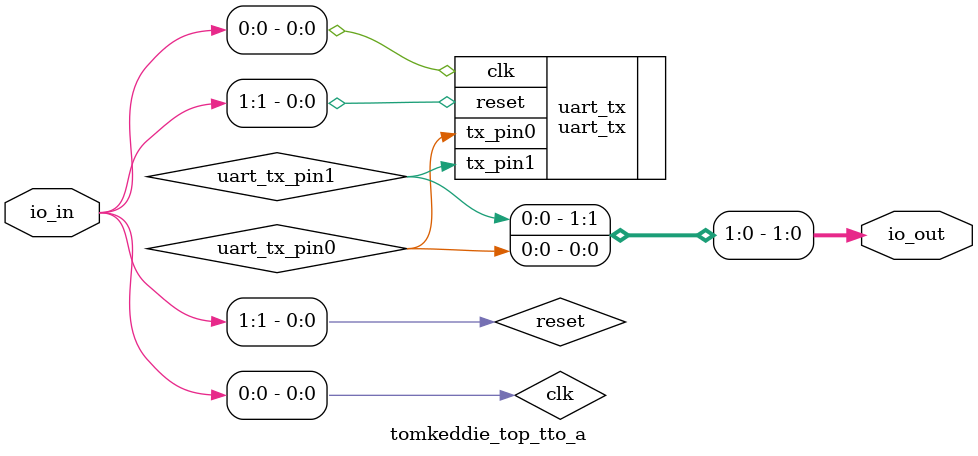
<source format=v>
`default_nettype none

module tomkeddie_top_tto_a
  #(parameter CLOCK_RATE=1000)
  (
   input [7:0]  io_in,
   output [7:0] io_out
   );
  
  wire                      clk   = io_in[0];
  wire                      reset = io_in[1];
  wire                      uart_tx_pin0;
  wire                      uart_tx_pin1;

  assign io_out[0] = uart_tx_pin0;
  assign io_out[1] = uart_tx_pin1;

  // instatiate lcd
  uart_tx uart_tx(.clk(clk), .reset(reset), .tx_pin0(uart_tx_pin0), .tx_pin1(uart_tx_pin1));
  
endmodule

</source>
